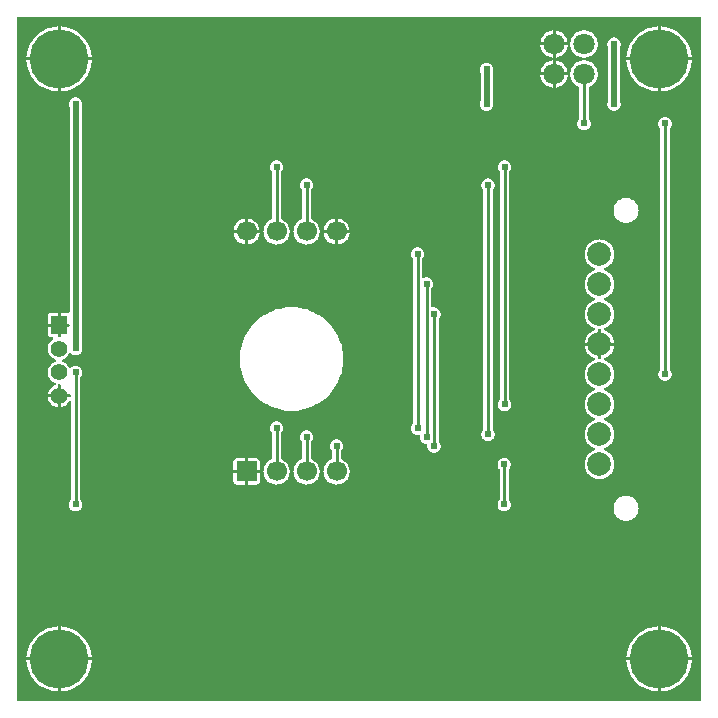
<source format=gbl>
G04 Layer: BottomLayer*
G04 EasyEDA v6.5.34, 2023-08-21 18:11:39*
G04 2627495fbc544a30b07f086ad93dee0d,5a6b42c53f6a479593ecc07194224c93,10*
G04 Gerber Generator version 0.2*
G04 Scale: 100 percent, Rotated: No, Reflected: No *
G04 Dimensions in millimeters *
G04 leading zeros omitted , absolute positions ,4 integer and 5 decimal *
%FSLAX45Y45*%
%MOMM*%

%AMMACRO1*21,1,$1,$2,0,0,$3*%
%ADD10C,0.2540*%
%ADD11C,0.5000*%
%ADD12C,1.7000*%
%ADD13MACRO1,1.7X1.7X0.0000*%
%ADD14C,1.4000*%
%ADD15R,1.4000X1.5240*%
%ADD16C,5.0000*%
%ADD17C,2.0000*%
%ADD18C,1.8000*%
%ADD19C,0.6096*%
%ADD20C,0.0147*%

%LPD*%
G36*
X3443732Y-2945079D02*
G01*
X-2326132Y-2944571D01*
X-2330043Y-2943809D01*
X-2333294Y-2941624D01*
X-2335530Y-2938322D01*
X-2336292Y-2934411D01*
X-2336292Y2834944D01*
X-2335530Y2838856D01*
X-2333294Y2842107D01*
X-2330043Y2844342D01*
X-2326132Y2845104D01*
X3443732Y2845104D01*
X3447643Y2844342D01*
X3450894Y2842107D01*
X3453129Y2838856D01*
X3453892Y2834944D01*
X3453892Y-2934919D01*
X3453129Y-2938780D01*
X3450894Y-2942082D01*
X3447643Y-2944317D01*
G37*

%LPC*%
G36*
X2222500Y2629712D02*
G01*
X2324912Y2629712D01*
X2324760Y2631541D01*
X2322068Y2645816D01*
X2317546Y2659684D01*
X2311349Y2672842D01*
X2303576Y2685135D01*
X2294280Y2696362D01*
X2283663Y2706319D01*
X2271877Y2714853D01*
X2259126Y2721864D01*
X2245614Y2727248D01*
X2231491Y2730855D01*
X2222500Y2731973D01*
G37*
G36*
X-1968500Y-2865424D02*
G01*
X-1963877Y-2865323D01*
X-1940915Y-2862935D01*
X-1918207Y-2858617D01*
X-1895957Y-2852369D01*
X-1874266Y-2844342D01*
X-1853387Y-2834487D01*
X-1833372Y-2822956D01*
X-1814372Y-2809748D01*
X-1796592Y-2795016D01*
X-1780082Y-2778861D01*
X-1764995Y-2761386D01*
X-1751380Y-2742692D01*
X-1739442Y-2722880D01*
X-1729181Y-2702204D01*
X-1720646Y-2680716D01*
X-1713992Y-2658618D01*
X-1709166Y-2636012D01*
X-1706270Y-2613050D01*
X-1705864Y-2602687D01*
X-1968500Y-2602687D01*
G37*
G36*
X3086100Y-2865374D02*
G01*
X3086100Y-2602687D01*
X2823210Y-2602687D01*
X2825089Y-2624582D01*
X2828950Y-2647340D01*
X2834690Y-2669743D01*
X2842260Y-2691536D01*
X2851658Y-2712669D01*
X2862783Y-2732887D01*
X2875584Y-2752140D01*
X2889961Y-2770276D01*
X2905760Y-2787091D01*
X2922930Y-2802585D01*
X2941320Y-2816555D01*
X2960827Y-2828899D01*
X2981299Y-2839618D01*
X3002635Y-2848559D01*
X3024581Y-2855722D01*
X3047085Y-2861005D01*
X3069945Y-2864358D01*
G37*
G36*
X-1993900Y-2865374D02*
G01*
X-1993900Y-2602687D01*
X-2256790Y-2602687D01*
X-2254910Y-2624582D01*
X-2251049Y-2647340D01*
X-2245309Y-2669743D01*
X-2237740Y-2691536D01*
X-2228342Y-2712669D01*
X-2217216Y-2732887D01*
X-2204415Y-2752140D01*
X-2190038Y-2770276D01*
X-2174240Y-2787091D01*
X-2157069Y-2802585D01*
X-2138680Y-2816555D01*
X-2119172Y-2828899D01*
X-2098700Y-2839618D01*
X-2077364Y-2848559D01*
X-2055418Y-2855722D01*
X-2032914Y-2861005D01*
X-2010054Y-2864358D01*
G37*
G36*
X3111500Y-2577287D02*
G01*
X3374136Y-2577287D01*
X3373729Y-2566924D01*
X3370834Y-2543962D01*
X3366008Y-2521356D01*
X3359353Y-2499258D01*
X3350818Y-2477770D01*
X3340557Y-2457094D01*
X3328619Y-2437282D01*
X3315004Y-2418638D01*
X3299917Y-2401112D01*
X3283407Y-2384958D01*
X3265627Y-2370226D01*
X3246628Y-2357018D01*
X3226612Y-2345486D01*
X3205734Y-2335631D01*
X3184042Y-2327605D01*
X3161792Y-2321356D01*
X3139084Y-2317038D01*
X3116122Y-2314651D01*
X3111500Y-2314549D01*
G37*
G36*
X-1968500Y-2577287D02*
G01*
X-1705864Y-2577287D01*
X-1706270Y-2566924D01*
X-1709166Y-2543962D01*
X-1713992Y-2521356D01*
X-1720646Y-2499258D01*
X-1729181Y-2477770D01*
X-1739442Y-2457094D01*
X-1751380Y-2437282D01*
X-1764995Y-2418638D01*
X-1780082Y-2401112D01*
X-1796592Y-2384958D01*
X-1814372Y-2370226D01*
X-1833372Y-2357018D01*
X-1853387Y-2345486D01*
X-1874266Y-2335631D01*
X-1895957Y-2327605D01*
X-1918207Y-2321356D01*
X-1940915Y-2317038D01*
X-1963877Y-2314651D01*
X-1968500Y-2314549D01*
G37*
G36*
X2823210Y-2577287D02*
G01*
X3086100Y-2577287D01*
X3086100Y-2314600D01*
X3069945Y-2315616D01*
X3047085Y-2318969D01*
X3024581Y-2324252D01*
X3002635Y-2331415D01*
X2981299Y-2340356D01*
X2960827Y-2351074D01*
X2941320Y-2363419D01*
X2922930Y-2377389D01*
X2905760Y-2392883D01*
X2889961Y-2409698D01*
X2875584Y-2427833D01*
X2862783Y-2447086D01*
X2851658Y-2467305D01*
X2842260Y-2488438D01*
X2834690Y-2510231D01*
X2828950Y-2532634D01*
X2825089Y-2555392D01*
G37*
G36*
X-2256790Y-2577287D02*
G01*
X-1993900Y-2577287D01*
X-1993900Y-2314600D01*
X-2010054Y-2315616D01*
X-2032914Y-2318969D01*
X-2055418Y-2324252D01*
X-2077364Y-2331415D01*
X-2098700Y-2340356D01*
X-2119172Y-2351074D01*
X-2138680Y-2363419D01*
X-2157069Y-2377389D01*
X-2174240Y-2392883D01*
X-2190038Y-2409698D01*
X-2204415Y-2427833D01*
X-2217216Y-2447086D01*
X-2228342Y-2467305D01*
X-2237740Y-2488438D01*
X-2245309Y-2510231D01*
X-2251049Y-2532634D01*
X-2254910Y-2555392D01*
G37*
G36*
X2819400Y-1419250D02*
G01*
X2833217Y-1418386D01*
X2846781Y-1415643D01*
X2859938Y-1411224D01*
X2872333Y-1405077D01*
X2883865Y-1397406D01*
X2894279Y-1388262D01*
X2903423Y-1377848D01*
X2911094Y-1366316D01*
X2917240Y-1353921D01*
X2921660Y-1340764D01*
X2924403Y-1327200D01*
X2925267Y-1313383D01*
X2924403Y-1299565D01*
X2921660Y-1286002D01*
X2917240Y-1272844D01*
X2911094Y-1260449D01*
X2903423Y-1248918D01*
X2894279Y-1238504D01*
X2883865Y-1229360D01*
X2872333Y-1221689D01*
X2859938Y-1215542D01*
X2846781Y-1211122D01*
X2833217Y-1208379D01*
X2819400Y-1207516D01*
X2805582Y-1208379D01*
X2792018Y-1211122D01*
X2778861Y-1215542D01*
X2766466Y-1221689D01*
X2754934Y-1229360D01*
X2744520Y-1238504D01*
X2735376Y-1248918D01*
X2727706Y-1260449D01*
X2721559Y-1272844D01*
X2717139Y-1286002D01*
X2714396Y-1299565D01*
X2713532Y-1313383D01*
X2714396Y-1327200D01*
X2717139Y-1340764D01*
X2721559Y-1353921D01*
X2727706Y-1366316D01*
X2735376Y-1377848D01*
X2744520Y-1388262D01*
X2754934Y-1397406D01*
X2766466Y-1405077D01*
X2778861Y-1411224D01*
X2792018Y-1415643D01*
X2805582Y-1418386D01*
G37*
G36*
X1787906Y-1338224D02*
G01*
X1797710Y-1337360D01*
X1807159Y-1334820D01*
X1816100Y-1330706D01*
X1824126Y-1325067D01*
X1831086Y-1318107D01*
X1836724Y-1310081D01*
X1840839Y-1301140D01*
X1843379Y-1291691D01*
X1844243Y-1281887D01*
X1843379Y-1272082D01*
X1840839Y-1262634D01*
X1836724Y-1253693D01*
X1831086Y-1245666D01*
X1829511Y-1244092D01*
X1827275Y-1240790D01*
X1826514Y-1236878D01*
X1826514Y-986790D01*
X1827275Y-982878D01*
X1829511Y-979576D01*
X1831086Y-978001D01*
X1836724Y-969975D01*
X1840839Y-961034D01*
X1843379Y-951585D01*
X1844243Y-941781D01*
X1843379Y-931976D01*
X1840839Y-922528D01*
X1836724Y-913587D01*
X1831086Y-905560D01*
X1824126Y-898601D01*
X1816100Y-892962D01*
X1807159Y-888847D01*
X1797710Y-886307D01*
X1787906Y-885444D01*
X1778101Y-886307D01*
X1768652Y-888847D01*
X1759712Y-892962D01*
X1751685Y-898601D01*
X1744725Y-905560D01*
X1739087Y-913587D01*
X1734972Y-922528D01*
X1732432Y-931976D01*
X1731568Y-941781D01*
X1732432Y-951585D01*
X1734972Y-961034D01*
X1739087Y-969975D01*
X1744725Y-978001D01*
X1746300Y-979576D01*
X1748536Y-982878D01*
X1749298Y-986790D01*
X1749298Y-1236878D01*
X1748536Y-1240790D01*
X1746300Y-1244092D01*
X1744725Y-1245666D01*
X1739087Y-1253693D01*
X1734972Y-1262634D01*
X1732432Y-1272082D01*
X1731568Y-1281887D01*
X1732432Y-1291691D01*
X1734972Y-1301140D01*
X1739087Y-1310081D01*
X1744725Y-1318107D01*
X1751685Y-1325067D01*
X1759712Y-1330706D01*
X1768652Y-1334820D01*
X1778101Y-1337360D01*
G37*
G36*
X-1841500Y-1338224D02*
G01*
X-1831695Y-1337360D01*
X-1822246Y-1334820D01*
X-1813306Y-1330706D01*
X-1805279Y-1325067D01*
X-1798320Y-1318107D01*
X-1792681Y-1310081D01*
X-1788566Y-1301140D01*
X-1786026Y-1291691D01*
X-1785162Y-1281887D01*
X-1786026Y-1272082D01*
X-1788566Y-1262634D01*
X-1792681Y-1253693D01*
X-1798320Y-1245666D01*
X-1799894Y-1244092D01*
X-1802130Y-1240790D01*
X-1802892Y-1236878D01*
X-1802892Y-209296D01*
X-1802130Y-205384D01*
X-1799894Y-202082D01*
X-1798320Y-200507D01*
X-1792681Y-192481D01*
X-1788566Y-183540D01*
X-1786026Y-174091D01*
X-1785162Y-164287D01*
X-1786026Y-154482D01*
X-1788566Y-145034D01*
X-1792681Y-136093D01*
X-1798320Y-128066D01*
X-1805279Y-121107D01*
X-1813306Y-115468D01*
X-1822246Y-111353D01*
X-1831695Y-108813D01*
X-1841500Y-107950D01*
X-1851304Y-108813D01*
X-1860753Y-111353D01*
X-1869693Y-115468D01*
X-1877720Y-121107D01*
X-1879193Y-122580D01*
X-1882444Y-124764D01*
X-1886305Y-125577D01*
X-1890166Y-124815D01*
X-1893468Y-122682D01*
X-1902866Y-107391D01*
X-1911146Y-97231D01*
X-1920697Y-88290D01*
X-1931365Y-80772D01*
X-1942998Y-74726D01*
X-1949957Y-72288D01*
X-1953514Y-70104D01*
X-1955901Y-66751D01*
X-1956714Y-62687D01*
X-1955901Y-58623D01*
X-1953514Y-55270D01*
X-1949957Y-53136D01*
X-1942998Y-50647D01*
X-1931365Y-44602D01*
X-1920697Y-37084D01*
X-1911146Y-28143D01*
X-1902866Y-17983D01*
X-1893468Y-2692D01*
X-1890166Y-558D01*
X-1886305Y203D01*
X-1882444Y-609D01*
X-1879193Y-2794D01*
X-1877720Y-4267D01*
X-1869693Y-9906D01*
X-1860753Y-14020D01*
X-1851304Y-16560D01*
X-1841500Y-17424D01*
X-1831695Y-16560D01*
X-1822246Y-14020D01*
X-1813306Y-9906D01*
X-1805279Y-4267D01*
X-1798320Y2692D01*
X-1792681Y10718D01*
X-1788566Y19659D01*
X-1786026Y29108D01*
X-1785162Y38912D01*
X-1786026Y48717D01*
X-1788566Y58166D01*
X-1789633Y60502D01*
X-1790598Y64820D01*
X-1790598Y2083104D01*
X-1789633Y2087372D01*
X-1788566Y2089708D01*
X-1786026Y2099208D01*
X-1785162Y2108962D01*
X-1786026Y2118766D01*
X-1788566Y2128266D01*
X-1792681Y2137156D01*
X-1798320Y2145233D01*
X-1805279Y2152142D01*
X-1813306Y2157780D01*
X-1822246Y2161946D01*
X-1831695Y2164486D01*
X-1841500Y2165350D01*
X-1851304Y2164486D01*
X-1860753Y2161946D01*
X-1869693Y2157780D01*
X-1877720Y2152142D01*
X-1884680Y2145233D01*
X-1890318Y2137156D01*
X-1894433Y2128266D01*
X-1896973Y2118766D01*
X-1897837Y2108962D01*
X-1896973Y2099208D01*
X-1894433Y2089708D01*
X-1893366Y2087372D01*
X-1892401Y2083104D01*
X-1892401Y348437D01*
X-1893316Y344271D01*
X-1895856Y340817D01*
X-1899615Y338734D01*
X-1903882Y338378D01*
X-1911857Y339394D01*
X-1968500Y339394D01*
X-1968500Y249986D01*
X-1902561Y249986D01*
X-1898700Y249224D01*
X-1895398Y247040D01*
X-1893163Y243738D01*
X-1892401Y239826D01*
X-1892401Y234746D01*
X-1893163Y230886D01*
X-1895398Y227584D01*
X-1898700Y225399D01*
X-1902561Y224586D01*
X-1968500Y224586D01*
X-1968500Y143205D01*
X-1969262Y139293D01*
X-1971497Y136042D01*
X-1974748Y133807D01*
X-1978660Y133045D01*
X-1983739Y133045D01*
X-1987651Y133807D01*
X-1990902Y136042D01*
X-1993138Y139293D01*
X-1993900Y143205D01*
X-1993900Y224586D01*
X-2077110Y224586D01*
X-2077110Y161696D01*
X-2076399Y155346D01*
X-2074468Y149910D01*
X-2071420Y144983D01*
X-2067306Y140919D01*
X-2062429Y137820D01*
X-2056942Y135890D01*
X-2050643Y135178D01*
X-2040432Y135178D01*
X-2036267Y134315D01*
X-2032812Y131826D01*
X-2030730Y128117D01*
X-2030323Y123901D01*
X-2031695Y119837D01*
X-2034539Y116738D01*
X-2041702Y111709D01*
X-2051253Y102768D01*
X-2059533Y92608D01*
X-2066340Y81432D01*
X-2071522Y69392D01*
X-2075078Y56794D01*
X-2076856Y43840D01*
X-2076856Y30784D01*
X-2075078Y17780D01*
X-2071522Y5181D01*
X-2066340Y-6807D01*
X-2059533Y-17983D01*
X-2051253Y-28143D01*
X-2041702Y-37084D01*
X-2031034Y-44602D01*
X-2019401Y-50647D01*
X-2012442Y-53136D01*
X-2008886Y-55270D01*
X-2006498Y-58623D01*
X-2005685Y-62687D01*
X-2006498Y-66751D01*
X-2008886Y-70104D01*
X-2012442Y-72288D01*
X-2019401Y-74726D01*
X-2031034Y-80772D01*
X-2041702Y-88290D01*
X-2051253Y-97231D01*
X-2059533Y-107391D01*
X-2066340Y-118567D01*
X-2071522Y-130606D01*
X-2075078Y-143205D01*
X-2076856Y-156159D01*
X-2076856Y-169214D01*
X-2075078Y-182219D01*
X-2071522Y-194818D01*
X-2066340Y-206806D01*
X-2059533Y-217982D01*
X-2051253Y-228142D01*
X-2041702Y-237083D01*
X-2031034Y-244602D01*
X-2019401Y-250647D01*
X-2012442Y-253136D01*
X-2008886Y-255270D01*
X-2006498Y-258622D01*
X-2005685Y-262686D01*
X-2006498Y-266750D01*
X-2008886Y-270103D01*
X-2012442Y-272288D01*
X-2019401Y-274726D01*
X-2031034Y-280771D01*
X-2041702Y-288290D01*
X-2051253Y-297230D01*
X-2059533Y-307390D01*
X-2066340Y-318566D01*
X-2071522Y-330606D01*
X-2075078Y-343204D01*
X-2075992Y-350012D01*
X-1993900Y-350012D01*
X-1993900Y-268579D01*
X-1993138Y-264718D01*
X-1990902Y-261416D01*
X-1987651Y-259181D01*
X-1983739Y-258419D01*
X-1978660Y-258419D01*
X-1974748Y-259181D01*
X-1971497Y-261416D01*
X-1969262Y-264718D01*
X-1968500Y-268579D01*
X-1968500Y-350012D01*
X-1890268Y-350012D01*
X-1886356Y-350774D01*
X-1883105Y-352958D01*
X-1880870Y-356260D01*
X-1880107Y-360172D01*
X-1880107Y-365252D01*
X-1880870Y-369112D01*
X-1883105Y-372414D01*
X-1886356Y-374599D01*
X-1890268Y-375412D01*
X-1968500Y-375412D01*
X-1968500Y-457708D01*
X-1955342Y-455015D01*
X-1942998Y-450646D01*
X-1931365Y-444601D01*
X-1920697Y-437083D01*
X-1911146Y-428142D01*
X-1902866Y-417982D01*
X-1898954Y-411530D01*
X-1895957Y-408381D01*
X-1891893Y-406806D01*
X-1887524Y-407060D01*
X-1883664Y-409092D01*
X-1881022Y-412546D01*
X-1880107Y-416814D01*
X-1880107Y-1236878D01*
X-1880870Y-1240790D01*
X-1883105Y-1244092D01*
X-1884680Y-1245666D01*
X-1890318Y-1253693D01*
X-1894433Y-1262634D01*
X-1896973Y-1272082D01*
X-1897837Y-1281887D01*
X-1896973Y-1291691D01*
X-1894433Y-1301140D01*
X-1890318Y-1310081D01*
X-1884680Y-1318107D01*
X-1877720Y-1325067D01*
X-1869693Y-1330706D01*
X-1860753Y-1334820D01*
X-1851304Y-1337360D01*
G37*
G36*
X-478129Y-1113383D02*
G01*
X-406400Y-1113383D01*
X-406400Y-1015187D01*
X-504596Y-1015187D01*
X-504596Y-1086916D01*
X-503885Y-1093266D01*
X-502005Y-1098702D01*
X-498906Y-1103630D01*
X-494842Y-1107694D01*
X-489915Y-1110792D01*
X-484479Y-1112672D01*
G37*
G36*
X-381000Y-1113383D02*
G01*
X-309270Y-1113383D01*
X-302971Y-1112672D01*
X-297484Y-1110792D01*
X-292608Y-1107694D01*
X-288493Y-1103630D01*
X-285445Y-1098702D01*
X-283514Y-1093266D01*
X-282803Y-1086916D01*
X-282803Y-1015187D01*
X-381000Y-1015187D01*
G37*
G36*
X364744Y-1113332D02*
G01*
X378968Y-1112875D01*
X392988Y-1110589D01*
X406603Y-1106576D01*
X419608Y-1100785D01*
X431749Y-1093419D01*
X442823Y-1084580D01*
X452729Y-1074369D01*
X461213Y-1062990D01*
X468223Y-1050594D01*
X473557Y-1037437D01*
X477113Y-1023670D01*
X478942Y-1009599D01*
X478942Y-995375D01*
X477113Y-981303D01*
X473557Y-967536D01*
X468223Y-954379D01*
X461213Y-941984D01*
X452729Y-930605D01*
X442823Y-920394D01*
X431749Y-911555D01*
X419608Y-904189D01*
X412953Y-901242D01*
X409752Y-899007D01*
X407670Y-895756D01*
X406908Y-891946D01*
X406908Y-831596D01*
X407670Y-827684D01*
X409905Y-824382D01*
X411480Y-822807D01*
X417118Y-814781D01*
X421233Y-805840D01*
X423773Y-796391D01*
X424637Y-786587D01*
X423773Y-776782D01*
X421233Y-767334D01*
X417118Y-758393D01*
X411480Y-750366D01*
X404520Y-743407D01*
X396494Y-737768D01*
X387553Y-733653D01*
X378104Y-731113D01*
X368300Y-730250D01*
X358495Y-731113D01*
X349046Y-733653D01*
X340106Y-737768D01*
X332079Y-743407D01*
X325120Y-750366D01*
X319481Y-758393D01*
X315366Y-767334D01*
X312826Y-776782D01*
X311962Y-786587D01*
X312826Y-796391D01*
X315366Y-805840D01*
X319481Y-814781D01*
X325120Y-822807D01*
X326694Y-824382D01*
X328930Y-827684D01*
X329692Y-831596D01*
X329692Y-891692D01*
X329031Y-895299D01*
X327101Y-898448D01*
X324205Y-900734D01*
X310794Y-907694D01*
X299161Y-915822D01*
X288645Y-925372D01*
X279450Y-936193D01*
X271678Y-948080D01*
X265531Y-960882D01*
X261010Y-974344D01*
X258317Y-988314D01*
X257403Y-1002487D01*
X258317Y-1016660D01*
X261010Y-1030630D01*
X265531Y-1044092D01*
X271678Y-1056894D01*
X279450Y-1068832D01*
X288645Y-1079652D01*
X299161Y-1089202D01*
X310794Y-1097330D01*
X323392Y-1103884D01*
X336753Y-1108811D01*
X350621Y-1111961D01*
G37*
G36*
X110744Y-1113332D02*
G01*
X124968Y-1112875D01*
X138988Y-1110589D01*
X152603Y-1106576D01*
X165608Y-1100785D01*
X177749Y-1093419D01*
X188823Y-1084580D01*
X198729Y-1074369D01*
X207213Y-1062990D01*
X214223Y-1050594D01*
X219557Y-1037437D01*
X223113Y-1023670D01*
X224942Y-1009599D01*
X224942Y-995375D01*
X223113Y-981303D01*
X219557Y-967536D01*
X214223Y-954379D01*
X207213Y-941984D01*
X198729Y-930605D01*
X188823Y-920394D01*
X177749Y-911555D01*
X165608Y-904189D01*
X158953Y-901242D01*
X155752Y-899007D01*
X153670Y-895756D01*
X152908Y-891946D01*
X152908Y-755396D01*
X153670Y-751484D01*
X155905Y-748182D01*
X157480Y-746607D01*
X163118Y-738581D01*
X167233Y-729640D01*
X169773Y-720191D01*
X170637Y-710387D01*
X169773Y-700582D01*
X167233Y-691134D01*
X163118Y-682193D01*
X157480Y-674166D01*
X150520Y-667207D01*
X142494Y-661568D01*
X133553Y-657453D01*
X124104Y-654913D01*
X114300Y-654050D01*
X104495Y-654913D01*
X95046Y-657453D01*
X86106Y-661568D01*
X78079Y-667207D01*
X71120Y-674166D01*
X65481Y-682193D01*
X61366Y-691134D01*
X58826Y-700582D01*
X57962Y-710387D01*
X58826Y-720191D01*
X61366Y-729640D01*
X65481Y-738581D01*
X71120Y-746607D01*
X72694Y-748182D01*
X74930Y-751484D01*
X75692Y-755396D01*
X75692Y-891692D01*
X75031Y-895299D01*
X73101Y-898448D01*
X70205Y-900734D01*
X56794Y-907694D01*
X45161Y-915822D01*
X34645Y-925372D01*
X25450Y-936193D01*
X17678Y-948080D01*
X11531Y-960882D01*
X7010Y-974344D01*
X4318Y-988314D01*
X3403Y-1002487D01*
X4318Y-1016660D01*
X7010Y-1030630D01*
X11531Y-1044092D01*
X17678Y-1056894D01*
X25450Y-1068832D01*
X34645Y-1079652D01*
X45161Y-1089202D01*
X56794Y-1097330D01*
X69392Y-1103884D01*
X82753Y-1108811D01*
X96621Y-1111961D01*
G37*
G36*
X-143256Y-1113332D02*
G01*
X-129032Y-1112875D01*
X-115011Y-1110589D01*
X-101396Y-1106576D01*
X-88392Y-1100785D01*
X-76250Y-1093419D01*
X-65176Y-1084580D01*
X-55270Y-1074369D01*
X-46786Y-1062990D01*
X-39776Y-1050594D01*
X-34442Y-1037437D01*
X-30886Y-1023670D01*
X-29057Y-1009599D01*
X-29057Y-995375D01*
X-30886Y-981303D01*
X-34442Y-967536D01*
X-39776Y-954379D01*
X-46786Y-941984D01*
X-55270Y-930605D01*
X-65176Y-920394D01*
X-76250Y-911555D01*
X-88392Y-904189D01*
X-95046Y-901242D01*
X-98247Y-899007D01*
X-100330Y-895756D01*
X-101092Y-891946D01*
X-101092Y-679196D01*
X-100330Y-675284D01*
X-98094Y-671982D01*
X-96520Y-670407D01*
X-90881Y-662381D01*
X-86766Y-653440D01*
X-84226Y-643991D01*
X-83362Y-634187D01*
X-84226Y-624382D01*
X-86766Y-614934D01*
X-90881Y-605993D01*
X-96520Y-597966D01*
X-103479Y-591007D01*
X-111506Y-585368D01*
X-120446Y-581253D01*
X-129895Y-578713D01*
X-139700Y-577850D01*
X-149504Y-578713D01*
X-158953Y-581253D01*
X-167894Y-585368D01*
X-175920Y-591007D01*
X-182880Y-597966D01*
X-188518Y-605993D01*
X-192633Y-614934D01*
X-195173Y-624382D01*
X-196037Y-634187D01*
X-195173Y-643991D01*
X-192633Y-653440D01*
X-188518Y-662381D01*
X-182880Y-670407D01*
X-181305Y-671982D01*
X-179070Y-675284D01*
X-178308Y-679196D01*
X-178308Y-891692D01*
X-178968Y-895299D01*
X-180898Y-898448D01*
X-183794Y-900734D01*
X-197205Y-907694D01*
X-208838Y-915822D01*
X-219354Y-925372D01*
X-228549Y-936193D01*
X-236321Y-948080D01*
X-242468Y-960882D01*
X-246989Y-974344D01*
X-249682Y-988314D01*
X-250596Y-1002487D01*
X-249682Y-1016660D01*
X-246989Y-1030630D01*
X-242468Y-1044092D01*
X-236321Y-1056894D01*
X-228549Y-1068832D01*
X-219354Y-1079652D01*
X-208838Y-1089202D01*
X-197205Y-1097330D01*
X-184607Y-1103884D01*
X-171246Y-1108811D01*
X-157378Y-1111961D01*
G37*
G36*
X2594406Y-1067663D02*
G01*
X2609545Y-1066749D01*
X2624531Y-1064006D01*
X2639009Y-1059484D01*
X2652877Y-1053236D01*
X2665882Y-1045413D01*
X2677871Y-1036015D01*
X2688640Y-1025245D01*
X2697988Y-1013307D01*
X2705862Y-1000302D01*
X2712110Y-986434D01*
X2716631Y-971905D01*
X2719374Y-956970D01*
X2720289Y-941781D01*
X2719374Y-926592D01*
X2716631Y-911656D01*
X2712110Y-897128D01*
X2705862Y-883310D01*
X2697988Y-870254D01*
X2688640Y-858316D01*
X2677871Y-847547D01*
X2665882Y-838200D01*
X2652877Y-830326D01*
X2638958Y-824077D01*
X2635808Y-821842D01*
X2633726Y-818591D01*
X2632964Y-814781D01*
X2633726Y-810971D01*
X2635808Y-807770D01*
X2638958Y-805535D01*
X2652877Y-799236D01*
X2665882Y-791413D01*
X2677871Y-782015D01*
X2688640Y-771245D01*
X2697988Y-759307D01*
X2705862Y-746302D01*
X2712110Y-732434D01*
X2716631Y-717905D01*
X2719374Y-702970D01*
X2720289Y-687781D01*
X2719374Y-672592D01*
X2716631Y-657656D01*
X2712110Y-643128D01*
X2705862Y-629310D01*
X2697988Y-616254D01*
X2688640Y-604316D01*
X2677871Y-593547D01*
X2665882Y-584200D01*
X2652877Y-576326D01*
X2638958Y-570077D01*
X2635808Y-567842D01*
X2633726Y-564591D01*
X2632964Y-560781D01*
X2633726Y-556971D01*
X2635808Y-553770D01*
X2638958Y-551535D01*
X2652877Y-545236D01*
X2665882Y-537413D01*
X2677871Y-528015D01*
X2688640Y-517245D01*
X2697988Y-505307D01*
X2705862Y-492302D01*
X2712110Y-478434D01*
X2716631Y-463905D01*
X2719374Y-448970D01*
X2720289Y-433781D01*
X2719374Y-418592D01*
X2716631Y-403656D01*
X2712110Y-389128D01*
X2705862Y-375310D01*
X2697988Y-362254D01*
X2688640Y-350316D01*
X2677871Y-339547D01*
X2665882Y-330200D01*
X2652877Y-322326D01*
X2638958Y-316077D01*
X2635808Y-313842D01*
X2633726Y-310591D01*
X2632964Y-306781D01*
X2633726Y-302971D01*
X2635808Y-299770D01*
X2638958Y-297535D01*
X2652877Y-291236D01*
X2665882Y-283413D01*
X2677871Y-274015D01*
X2688640Y-263245D01*
X2697988Y-251307D01*
X2705862Y-238302D01*
X2712110Y-224434D01*
X2716631Y-209905D01*
X2719374Y-194970D01*
X2720289Y-179781D01*
X2719374Y-164592D01*
X2716631Y-149656D01*
X2712110Y-135128D01*
X2705862Y-121310D01*
X2697988Y-108254D01*
X2688640Y-96316D01*
X2677871Y-85547D01*
X2665882Y-76200D01*
X2652877Y-68326D01*
X2638958Y-62077D01*
X2635808Y-59842D01*
X2633726Y-56591D01*
X2632964Y-52781D01*
X2633726Y-48971D01*
X2635808Y-45770D01*
X2638958Y-43535D01*
X2652877Y-37236D01*
X2665882Y-29413D01*
X2677871Y-20015D01*
X2688640Y-9245D01*
X2697988Y2692D01*
X2705862Y15697D01*
X2712110Y29565D01*
X2716631Y44094D01*
X2719374Y59029D01*
X2719527Y61518D01*
X2607106Y61518D01*
X2607106Y-43891D01*
X2606294Y-47752D01*
X2604109Y-51054D01*
X2600807Y-53238D01*
X2596946Y-54051D01*
X2591866Y-54051D01*
X2587955Y-53238D01*
X2584653Y-51054D01*
X2582468Y-47752D01*
X2581706Y-43891D01*
X2581706Y61518D01*
X2469286Y61518D01*
X2469438Y59029D01*
X2472182Y44094D01*
X2476703Y29565D01*
X2482900Y15697D01*
X2490774Y2692D01*
X2500172Y-9245D01*
X2510891Y-20015D01*
X2522880Y-29413D01*
X2535885Y-37236D01*
X2549804Y-43535D01*
X2552954Y-45770D01*
X2555087Y-48971D01*
X2555798Y-52781D01*
X2555087Y-56591D01*
X2552954Y-59842D01*
X2549804Y-62077D01*
X2535885Y-68326D01*
X2522880Y-76200D01*
X2510891Y-85547D01*
X2500172Y-96316D01*
X2490774Y-108254D01*
X2482900Y-121310D01*
X2476703Y-135128D01*
X2472182Y-149656D01*
X2469438Y-164592D01*
X2468524Y-179781D01*
X2469438Y-194970D01*
X2472182Y-209905D01*
X2476703Y-224434D01*
X2482900Y-238302D01*
X2490774Y-251307D01*
X2500172Y-263245D01*
X2510891Y-274015D01*
X2522880Y-283413D01*
X2535885Y-291236D01*
X2549804Y-297535D01*
X2552954Y-299770D01*
X2555087Y-302971D01*
X2555798Y-306781D01*
X2555087Y-310591D01*
X2552954Y-313842D01*
X2549804Y-316077D01*
X2535885Y-322326D01*
X2522880Y-330200D01*
X2510891Y-339547D01*
X2500172Y-350316D01*
X2490774Y-362254D01*
X2482900Y-375310D01*
X2476703Y-389128D01*
X2472182Y-403656D01*
X2469438Y-418592D01*
X2468524Y-433781D01*
X2469438Y-448970D01*
X2472182Y-463905D01*
X2476703Y-478434D01*
X2482900Y-492302D01*
X2490774Y-505307D01*
X2500172Y-517245D01*
X2510891Y-528015D01*
X2522880Y-537413D01*
X2535885Y-545236D01*
X2549804Y-551535D01*
X2552954Y-553770D01*
X2555087Y-556971D01*
X2555798Y-560781D01*
X2555087Y-564591D01*
X2552954Y-567842D01*
X2549804Y-570077D01*
X2535885Y-576326D01*
X2522880Y-584200D01*
X2510891Y-593547D01*
X2500172Y-604316D01*
X2490774Y-616254D01*
X2482900Y-629310D01*
X2476703Y-643128D01*
X2472182Y-657656D01*
X2469438Y-672592D01*
X2468524Y-687781D01*
X2469438Y-702970D01*
X2472182Y-717905D01*
X2476703Y-732434D01*
X2482900Y-746302D01*
X2490774Y-759307D01*
X2500172Y-771245D01*
X2510891Y-782015D01*
X2522880Y-791413D01*
X2535885Y-799236D01*
X2549804Y-805535D01*
X2552954Y-807770D01*
X2555087Y-810971D01*
X2555798Y-814781D01*
X2555087Y-818591D01*
X2552954Y-821842D01*
X2549804Y-824077D01*
X2535885Y-830326D01*
X2522880Y-838200D01*
X2510891Y-847547D01*
X2500172Y-858316D01*
X2490774Y-870254D01*
X2482900Y-883310D01*
X2476703Y-897128D01*
X2472182Y-911656D01*
X2469438Y-926592D01*
X2468524Y-941781D01*
X2469438Y-956970D01*
X2472182Y-971905D01*
X2476703Y-986434D01*
X2482900Y-1000302D01*
X2490774Y-1013307D01*
X2500172Y-1025245D01*
X2510891Y-1036015D01*
X2522880Y-1045413D01*
X2535885Y-1053236D01*
X2549753Y-1059484D01*
X2564282Y-1064006D01*
X2579217Y-1066749D01*
G37*
G36*
X-504596Y-989787D02*
G01*
X-406400Y-989787D01*
X-406400Y-891590D01*
X-478129Y-891590D01*
X-484479Y-892302D01*
X-489915Y-894232D01*
X-494842Y-897280D01*
X-498906Y-901395D01*
X-502005Y-906271D01*
X-503885Y-911758D01*
X-504596Y-918057D01*
G37*
G36*
X-381000Y-989787D02*
G01*
X-282803Y-989787D01*
X-282803Y-918057D01*
X-283514Y-911758D01*
X-285445Y-906271D01*
X-288493Y-901395D01*
X-292608Y-897280D01*
X-297484Y-894232D01*
X-302971Y-892302D01*
X-309270Y-891590D01*
X-381000Y-891590D01*
G37*
G36*
X1193800Y-842924D02*
G01*
X1203604Y-842060D01*
X1213053Y-839520D01*
X1221994Y-835406D01*
X1230020Y-829767D01*
X1236980Y-822807D01*
X1242618Y-814781D01*
X1246733Y-805840D01*
X1249273Y-796391D01*
X1250137Y-786587D01*
X1249273Y-776782D01*
X1246733Y-767334D01*
X1242618Y-758393D01*
X1236980Y-750366D01*
X1235354Y-748792D01*
X1233170Y-745490D01*
X1232408Y-741578D01*
X1232408Y286004D01*
X1233170Y289915D01*
X1235354Y293217D01*
X1236980Y294792D01*
X1242618Y302818D01*
X1246733Y311759D01*
X1249273Y321208D01*
X1250137Y331012D01*
X1249273Y340817D01*
X1246733Y350266D01*
X1242618Y359206D01*
X1236980Y367233D01*
X1230020Y374192D01*
X1221994Y379831D01*
X1213053Y383946D01*
X1203604Y386486D01*
X1193800Y387350D01*
X1183995Y386486D01*
X1181709Y385876D01*
X1178001Y385572D01*
X1174445Y386638D01*
X1171498Y388874D01*
X1169568Y392074D01*
X1168908Y395681D01*
X1168908Y540004D01*
X1169670Y543915D01*
X1171854Y547217D01*
X1173480Y548792D01*
X1179118Y556818D01*
X1183233Y565759D01*
X1185773Y575208D01*
X1186637Y585012D01*
X1185773Y594817D01*
X1183233Y604266D01*
X1179118Y613206D01*
X1173480Y621233D01*
X1166520Y628192D01*
X1158494Y633831D01*
X1149553Y637946D01*
X1140104Y640486D01*
X1130300Y641350D01*
X1120495Y640486D01*
X1111046Y637946D01*
X1107135Y636168D01*
X1103223Y635203D01*
X1099210Y635863D01*
X1095806Y638048D01*
X1093520Y641400D01*
X1092708Y645363D01*
X1092708Y794004D01*
X1093470Y797915D01*
X1095654Y801217D01*
X1097280Y802792D01*
X1102918Y810818D01*
X1107033Y819759D01*
X1109573Y829208D01*
X1110437Y839012D01*
X1109573Y848817D01*
X1107033Y858266D01*
X1102918Y867206D01*
X1097280Y875233D01*
X1090320Y882192D01*
X1082294Y887831D01*
X1073353Y891946D01*
X1063904Y894486D01*
X1054100Y895350D01*
X1044295Y894486D01*
X1034846Y891946D01*
X1025906Y887831D01*
X1017879Y882192D01*
X1010919Y875233D01*
X1005281Y867206D01*
X1001166Y858266D01*
X998626Y848817D01*
X997762Y839012D01*
X998626Y829208D01*
X1001166Y819759D01*
X1005281Y810818D01*
X1010919Y802792D01*
X1012494Y801217D01*
X1014730Y797915D01*
X1015492Y794054D01*
X1015492Y-589229D01*
X1014730Y-593090D01*
X1012494Y-596392D01*
X1010919Y-597966D01*
X1005281Y-605993D01*
X1001166Y-614934D01*
X998626Y-624382D01*
X997762Y-634187D01*
X998626Y-643991D01*
X1001166Y-653440D01*
X1005281Y-662381D01*
X1010919Y-670407D01*
X1017879Y-677367D01*
X1025906Y-683006D01*
X1034846Y-687120D01*
X1044295Y-689660D01*
X1054100Y-690524D01*
X1063802Y-689711D01*
X1068171Y-690270D01*
X1071880Y-692607D01*
X1074216Y-696315D01*
X1074775Y-700684D01*
X1073962Y-710387D01*
X1074826Y-720191D01*
X1077366Y-729640D01*
X1081481Y-738581D01*
X1087120Y-746607D01*
X1094079Y-753567D01*
X1102106Y-759206D01*
X1111046Y-763320D01*
X1120495Y-765860D01*
X1128979Y-766622D01*
X1132789Y-767740D01*
X1135888Y-770229D01*
X1137818Y-773684D01*
X1138224Y-777646D01*
X1137462Y-786587D01*
X1138326Y-796391D01*
X1140866Y-805840D01*
X1144981Y-814781D01*
X1150620Y-822807D01*
X1157579Y-829767D01*
X1165606Y-835406D01*
X1174546Y-839520D01*
X1183995Y-842060D01*
G37*
G36*
X1651000Y-744118D02*
G01*
X1660804Y-743254D01*
X1670253Y-740714D01*
X1679193Y-736600D01*
X1687220Y-730961D01*
X1694180Y-724001D01*
X1699818Y-715975D01*
X1703933Y-707034D01*
X1706473Y-697585D01*
X1707337Y-687781D01*
X1706473Y-677976D01*
X1703933Y-668528D01*
X1699818Y-659587D01*
X1694180Y-651560D01*
X1692554Y-649986D01*
X1690370Y-646684D01*
X1689607Y-642772D01*
X1689607Y1378204D01*
X1690370Y1382115D01*
X1692554Y1385417D01*
X1694180Y1386992D01*
X1699818Y1395018D01*
X1703933Y1403959D01*
X1706473Y1413408D01*
X1707337Y1423212D01*
X1706473Y1433017D01*
X1703933Y1442466D01*
X1699818Y1451406D01*
X1694180Y1459433D01*
X1687220Y1466392D01*
X1679193Y1472031D01*
X1670253Y1476146D01*
X1660804Y1478686D01*
X1651000Y1479550D01*
X1641195Y1478686D01*
X1631746Y1476146D01*
X1622806Y1472031D01*
X1614779Y1466392D01*
X1607820Y1459433D01*
X1602181Y1451406D01*
X1598066Y1442466D01*
X1595526Y1433017D01*
X1594662Y1423212D01*
X1595526Y1413408D01*
X1598066Y1403959D01*
X1602181Y1395018D01*
X1607820Y1386992D01*
X1609394Y1385417D01*
X1611630Y1382115D01*
X1612392Y1378254D01*
X1612392Y-642823D01*
X1611630Y-646684D01*
X1609394Y-649986D01*
X1607820Y-651560D01*
X1602181Y-659587D01*
X1598066Y-668528D01*
X1595526Y-677976D01*
X1594662Y-687781D01*
X1595526Y-697585D01*
X1598066Y-707034D01*
X1602181Y-715975D01*
X1607820Y-724001D01*
X1614779Y-730961D01*
X1622806Y-736600D01*
X1631746Y-740714D01*
X1641195Y-743254D01*
G37*
G36*
X2094687Y2629712D02*
G01*
X2197100Y2629712D01*
X2197100Y2731973D01*
X2188108Y2730855D01*
X2173986Y2727248D01*
X2160473Y2721864D01*
X2147722Y2714853D01*
X2135936Y2706319D01*
X2125319Y2696362D01*
X2116023Y2685135D01*
X2108250Y2672842D01*
X2102053Y2659684D01*
X2097532Y2645816D01*
X2094839Y2631541D01*
G37*
G36*
X1790700Y-490118D02*
G01*
X1800504Y-489254D01*
X1809953Y-486714D01*
X1818893Y-482600D01*
X1826920Y-476961D01*
X1833880Y-470001D01*
X1839518Y-461975D01*
X1843633Y-453034D01*
X1846173Y-443585D01*
X1847037Y-433781D01*
X1846173Y-423976D01*
X1843633Y-414528D01*
X1839518Y-405587D01*
X1833880Y-397560D01*
X1832254Y-395986D01*
X1830070Y-392684D01*
X1829307Y-388772D01*
X1829307Y1530604D01*
X1830070Y1534464D01*
X1832254Y1537766D01*
X1833880Y1539341D01*
X1839518Y1547418D01*
X1843633Y1556308D01*
X1846173Y1565808D01*
X1847037Y1575562D01*
X1846173Y1585366D01*
X1843633Y1594866D01*
X1839518Y1603756D01*
X1833880Y1611833D01*
X1826920Y1618742D01*
X1818893Y1624380D01*
X1809953Y1628546D01*
X1800504Y1631086D01*
X1790700Y1631950D01*
X1780895Y1631086D01*
X1771446Y1628546D01*
X1762506Y1624380D01*
X1754479Y1618742D01*
X1747520Y1611833D01*
X1741881Y1603756D01*
X1737766Y1594866D01*
X1735226Y1585366D01*
X1734362Y1575562D01*
X1735226Y1565808D01*
X1737766Y1556308D01*
X1741881Y1547418D01*
X1747520Y1539341D01*
X1749094Y1537817D01*
X1751330Y1534515D01*
X1752092Y1530604D01*
X1752092Y-388823D01*
X1751330Y-392684D01*
X1749094Y-395986D01*
X1747520Y-397560D01*
X1741881Y-405587D01*
X1737766Y-414528D01*
X1735226Y-423976D01*
X1734362Y-433781D01*
X1735226Y-443585D01*
X1737766Y-453034D01*
X1741881Y-461975D01*
X1747520Y-470001D01*
X1754479Y-476961D01*
X1762506Y-482600D01*
X1771446Y-486714D01*
X1780895Y-489254D01*
G37*
G36*
X-27381Y-488340D02*
G01*
X1930Y-488340D01*
X31191Y-486409D01*
X60248Y-482498D01*
X88950Y-476656D01*
X117246Y-468884D01*
X144932Y-459282D01*
X171907Y-447852D01*
X198069Y-434644D01*
X223316Y-419709D01*
X247446Y-403098D01*
X270459Y-384911D01*
X292201Y-365252D01*
X312572Y-344220D01*
X331520Y-321818D01*
X348894Y-298196D01*
X364693Y-273507D01*
X378764Y-247802D01*
X391109Y-221234D01*
X401624Y-193852D01*
X410311Y-165862D01*
X417118Y-137363D01*
X421995Y-108458D01*
X424942Y-79298D01*
X425907Y-49987D01*
X424942Y-20675D01*
X421995Y8483D01*
X417118Y37388D01*
X410311Y65887D01*
X401624Y93878D01*
X391109Y121208D01*
X378764Y147828D01*
X364693Y173532D01*
X348894Y198221D01*
X331520Y221843D01*
X312572Y244195D01*
X292201Y265277D01*
X270459Y284937D01*
X247446Y303123D01*
X223316Y319684D01*
X198069Y334619D01*
X171907Y347878D01*
X144932Y359308D01*
X117246Y368909D01*
X88950Y376682D01*
X60248Y382473D01*
X31191Y386384D01*
X1930Y388366D01*
X-27381Y388366D01*
X-56591Y386384D01*
X-85648Y382473D01*
X-114401Y376682D01*
X-142646Y368909D01*
X-170332Y359308D01*
X-197307Y347878D01*
X-223469Y334619D01*
X-248716Y319684D01*
X-272897Y303123D01*
X-295859Y284937D01*
X-317601Y265277D01*
X-337972Y244195D01*
X-356920Y221843D01*
X-374294Y198221D01*
X-390093Y173532D01*
X-404164Y147828D01*
X-416509Y121208D01*
X-427024Y93878D01*
X-435711Y65887D01*
X-442518Y37388D01*
X-447395Y8483D01*
X-450342Y-20675D01*
X-451307Y-49987D01*
X-450342Y-79298D01*
X-447395Y-108458D01*
X-442518Y-137363D01*
X-435711Y-165862D01*
X-427024Y-193852D01*
X-416509Y-221234D01*
X-404164Y-247802D01*
X-390093Y-273507D01*
X-374294Y-298196D01*
X-356920Y-321818D01*
X-337972Y-344220D01*
X-317601Y-365252D01*
X-295859Y-384911D01*
X-272897Y-403098D01*
X-248716Y-419709D01*
X-223469Y-434644D01*
X-197307Y-447852D01*
X-170332Y-459282D01*
X-142646Y-468884D01*
X-114401Y-476656D01*
X-85648Y-482498D01*
X-56591Y-486409D01*
G37*
G36*
X-1993900Y-457708D02*
G01*
X-1993900Y-375412D01*
X-2075992Y-375412D01*
X-2075078Y-382219D01*
X-2071522Y-394817D01*
X-2066340Y-406806D01*
X-2059533Y-417982D01*
X-2051253Y-428142D01*
X-2041702Y-437083D01*
X-2031034Y-444601D01*
X-2019401Y-450646D01*
X-2007057Y-455015D01*
G37*
G36*
X-2256790Y2502712D02*
G01*
X-1993900Y2502712D01*
X-1993900Y2765399D01*
X-2010054Y2764383D01*
X-2032914Y2761030D01*
X-2055418Y2755747D01*
X-2077364Y2748584D01*
X-2098700Y2739644D01*
X-2119172Y2728925D01*
X-2138680Y2716580D01*
X-2157069Y2702610D01*
X-2174240Y2687116D01*
X-2190038Y2670302D01*
X-2204415Y2652166D01*
X-2217216Y2632913D01*
X-2228342Y2612694D01*
X-2237740Y2591562D01*
X-2245309Y2569768D01*
X-2251049Y2547366D01*
X-2254910Y2524607D01*
G37*
G36*
X2823210Y2502712D02*
G01*
X3086100Y2502712D01*
X3086100Y2765399D01*
X3069945Y2764383D01*
X3047085Y2761030D01*
X3024581Y2755747D01*
X3002635Y2748584D01*
X2981299Y2739644D01*
X2960827Y2728925D01*
X2941320Y2716580D01*
X2922930Y2702610D01*
X2905760Y2687116D01*
X2889961Y2670302D01*
X2875584Y2652166D01*
X2862783Y2632913D01*
X2851658Y2612694D01*
X2842260Y2591562D01*
X2834690Y2569768D01*
X2828950Y2547366D01*
X2825089Y2524607D01*
G37*
G36*
X3149600Y-233324D02*
G01*
X3159404Y-232460D01*
X3168853Y-229920D01*
X3177794Y-225806D01*
X3185820Y-220167D01*
X3192780Y-213207D01*
X3198418Y-205181D01*
X3202533Y-196240D01*
X3205073Y-186791D01*
X3205937Y-176987D01*
X3205073Y-167182D01*
X3202533Y-157734D01*
X3198418Y-148793D01*
X3192780Y-140766D01*
X3191154Y-139192D01*
X3188970Y-135890D01*
X3188208Y-131978D01*
X3188208Y1898904D01*
X3188970Y1902764D01*
X3191154Y1906066D01*
X3192780Y1907641D01*
X3198418Y1915718D01*
X3202533Y1924608D01*
X3205073Y1934108D01*
X3205937Y1943862D01*
X3205073Y1953666D01*
X3202533Y1963166D01*
X3198418Y1972056D01*
X3192780Y1980133D01*
X3185820Y1987042D01*
X3177794Y1992680D01*
X3168853Y1996846D01*
X3159404Y1999386D01*
X3149600Y2000250D01*
X3139795Y1999386D01*
X3130346Y1996846D01*
X3121406Y1992680D01*
X3113379Y1987042D01*
X3106420Y1980133D01*
X3100781Y1972056D01*
X3096666Y1963166D01*
X3094126Y1953666D01*
X3093262Y1943862D01*
X3094126Y1934108D01*
X3096666Y1924608D01*
X3100781Y1915718D01*
X3106420Y1907641D01*
X3107994Y1906117D01*
X3110230Y1902815D01*
X3110992Y1898904D01*
X3110992Y-132029D01*
X3110230Y-135890D01*
X3107994Y-139192D01*
X3106420Y-140766D01*
X3100781Y-148793D01*
X3096666Y-157734D01*
X3094126Y-167182D01*
X3093262Y-176987D01*
X3094126Y-186791D01*
X3096666Y-196240D01*
X3100781Y-205181D01*
X3106420Y-213207D01*
X3113379Y-220167D01*
X3121406Y-225806D01*
X3130346Y-229920D01*
X3139795Y-232460D01*
G37*
G36*
X-1968500Y2502712D02*
G01*
X-1705864Y2502712D01*
X-1706270Y2513076D01*
X-1709166Y2536037D01*
X-1713992Y2558643D01*
X-1720646Y2580741D01*
X-1729181Y2602230D01*
X-1739442Y2622905D01*
X-1751380Y2642717D01*
X-1764995Y2661361D01*
X-1780082Y2678887D01*
X-1796592Y2695041D01*
X-1814372Y2709773D01*
X-1833372Y2722981D01*
X-1853387Y2734513D01*
X-1874266Y2744368D01*
X-1895957Y2752394D01*
X-1918207Y2758643D01*
X-1940915Y2762961D01*
X-1963877Y2765348D01*
X-1968500Y2765450D01*
G37*
G36*
X3111500Y2502712D02*
G01*
X3374136Y2502712D01*
X3373729Y2513076D01*
X3370834Y2536037D01*
X3366008Y2558643D01*
X3359353Y2580741D01*
X3350818Y2602230D01*
X3340557Y2622905D01*
X3328619Y2642717D01*
X3315004Y2661361D01*
X3299917Y2678887D01*
X3283407Y2695041D01*
X3265627Y2709773D01*
X3246628Y2722981D01*
X3226612Y2734513D01*
X3205734Y2744368D01*
X3184042Y2752394D01*
X3161792Y2758643D01*
X3139084Y2762961D01*
X3116122Y2765348D01*
X3111500Y2765450D01*
G37*
G36*
X2197100Y2502052D02*
G01*
X2197100Y2604312D01*
X2094687Y2604312D01*
X2094839Y2602484D01*
X2097532Y2588209D01*
X2102053Y2574340D01*
X2108250Y2561183D01*
X2116023Y2548890D01*
X2125319Y2537663D01*
X2135936Y2527706D01*
X2147722Y2519172D01*
X2160473Y2512161D01*
X2173986Y2506776D01*
X2188108Y2503170D01*
G37*
G36*
X2469286Y86918D02*
G01*
X2581706Y86918D01*
X2581706Y192278D01*
X2582468Y196189D01*
X2584653Y199491D01*
X2587955Y201676D01*
X2591866Y202438D01*
X2596946Y202438D01*
X2600807Y201676D01*
X2604109Y199491D01*
X2606294Y196189D01*
X2607106Y192278D01*
X2607106Y86918D01*
X2719527Y86918D01*
X2719374Y89408D01*
X2716631Y104343D01*
X2712110Y118872D01*
X2705862Y132689D01*
X2697988Y145745D01*
X2688640Y157683D01*
X2677871Y168452D01*
X2665882Y177800D01*
X2652877Y185674D01*
X2638958Y191922D01*
X2635808Y194157D01*
X2633726Y197408D01*
X2632964Y201218D01*
X2633726Y205028D01*
X2635808Y208229D01*
X2638958Y210464D01*
X2652877Y216763D01*
X2665882Y224586D01*
X2677871Y233984D01*
X2688640Y244754D01*
X2697988Y256692D01*
X2705862Y269697D01*
X2712110Y283565D01*
X2716631Y298094D01*
X2719374Y313029D01*
X2720289Y328218D01*
X2719374Y343408D01*
X2716631Y358343D01*
X2712110Y372872D01*
X2705862Y386689D01*
X2697988Y399745D01*
X2688640Y411683D01*
X2677871Y422452D01*
X2665882Y431800D01*
X2652877Y439674D01*
X2638958Y445922D01*
X2635808Y448157D01*
X2633726Y451408D01*
X2632964Y455218D01*
X2633726Y459028D01*
X2635808Y462229D01*
X2638958Y464464D01*
X2652877Y470763D01*
X2665882Y478586D01*
X2677871Y487984D01*
X2688640Y498754D01*
X2697988Y510692D01*
X2705862Y523697D01*
X2712110Y537565D01*
X2716631Y552094D01*
X2719374Y567029D01*
X2720289Y582218D01*
X2719374Y597408D01*
X2716631Y612343D01*
X2712110Y626872D01*
X2705862Y640689D01*
X2697988Y653745D01*
X2688640Y665683D01*
X2677871Y676452D01*
X2665882Y685800D01*
X2652877Y693674D01*
X2638958Y699922D01*
X2635808Y702157D01*
X2633726Y705408D01*
X2632964Y709218D01*
X2633726Y713028D01*
X2635808Y716229D01*
X2638958Y718464D01*
X2652877Y724763D01*
X2665882Y732586D01*
X2677871Y741984D01*
X2688640Y752754D01*
X2697988Y764692D01*
X2705862Y777697D01*
X2712110Y791565D01*
X2716631Y806094D01*
X2719374Y821029D01*
X2720289Y836218D01*
X2719374Y851408D01*
X2716631Y866343D01*
X2712110Y880871D01*
X2705862Y894689D01*
X2697988Y907745D01*
X2688640Y919683D01*
X2677871Y930452D01*
X2665882Y939800D01*
X2652877Y947674D01*
X2639009Y953922D01*
X2624531Y958443D01*
X2609545Y961186D01*
X2594406Y962101D01*
X2579217Y961186D01*
X2564282Y958443D01*
X2549753Y953922D01*
X2535885Y947674D01*
X2522880Y939800D01*
X2510891Y930452D01*
X2500172Y919683D01*
X2490774Y907745D01*
X2482900Y894689D01*
X2476703Y880871D01*
X2472182Y866343D01*
X2469438Y851408D01*
X2468524Y836218D01*
X2469438Y821029D01*
X2472182Y806094D01*
X2476703Y791565D01*
X2482900Y777697D01*
X2490774Y764692D01*
X2500172Y752754D01*
X2510891Y741984D01*
X2522880Y732586D01*
X2535885Y724763D01*
X2549804Y718464D01*
X2552954Y716229D01*
X2555087Y713028D01*
X2555798Y709218D01*
X2555087Y705408D01*
X2552954Y702157D01*
X2549804Y699922D01*
X2535885Y693674D01*
X2522880Y685800D01*
X2510891Y676452D01*
X2500172Y665683D01*
X2490774Y653745D01*
X2482900Y640689D01*
X2476703Y626872D01*
X2472182Y612343D01*
X2469438Y597408D01*
X2468524Y582218D01*
X2469438Y567029D01*
X2472182Y552094D01*
X2476703Y537565D01*
X2482900Y523697D01*
X2490774Y510692D01*
X2500172Y498754D01*
X2510891Y487984D01*
X2522880Y478586D01*
X2535885Y470763D01*
X2549804Y464464D01*
X2552954Y462229D01*
X2555087Y459028D01*
X2555798Y455218D01*
X2555087Y451408D01*
X2552954Y448157D01*
X2549804Y445922D01*
X2535885Y439674D01*
X2522880Y431800D01*
X2510891Y422452D01*
X2500172Y411683D01*
X2490774Y399745D01*
X2482900Y386689D01*
X2476703Y372872D01*
X2472182Y358343D01*
X2469438Y343408D01*
X2468524Y328218D01*
X2469438Y313029D01*
X2472182Y298094D01*
X2476703Y283565D01*
X2482900Y269697D01*
X2490774Y256692D01*
X2500172Y244754D01*
X2510891Y233984D01*
X2522880Y224586D01*
X2535885Y216763D01*
X2549804Y210464D01*
X2552954Y208229D01*
X2555087Y205028D01*
X2555798Y201218D01*
X2555087Y197408D01*
X2552954Y194157D01*
X2549804Y191922D01*
X2535885Y185674D01*
X2522880Y177800D01*
X2510891Y168452D01*
X2500172Y157683D01*
X2490774Y145745D01*
X2482900Y132689D01*
X2476703Y118872D01*
X2472182Y104343D01*
X2469438Y89408D01*
G37*
G36*
X2222500Y2502052D02*
G01*
X2231491Y2503170D01*
X2245614Y2506776D01*
X2259126Y2512161D01*
X2271877Y2519172D01*
X2283663Y2527706D01*
X2294280Y2537663D01*
X2303576Y2548890D01*
X2311349Y2561183D01*
X2317546Y2574340D01*
X2322068Y2588209D01*
X2324760Y2602484D01*
X2324912Y2604312D01*
X2222500Y2604312D01*
G37*
G36*
X2456535Y2501341D02*
G01*
X2471064Y2501341D01*
X2485491Y2503170D01*
X2499614Y2506776D01*
X2513126Y2512161D01*
X2525877Y2519172D01*
X2537663Y2527706D01*
X2548280Y2537663D01*
X2557576Y2548890D01*
X2565349Y2561183D01*
X2571546Y2574340D01*
X2576068Y2588209D01*
X2578760Y2602484D01*
X2579674Y2617012D01*
X2578760Y2631541D01*
X2576068Y2645816D01*
X2571546Y2659684D01*
X2565349Y2672842D01*
X2557576Y2685135D01*
X2548280Y2696362D01*
X2537663Y2706319D01*
X2525877Y2714853D01*
X2513126Y2721864D01*
X2499614Y2727248D01*
X2485491Y2730855D01*
X2471064Y2732684D01*
X2456535Y2732684D01*
X2442108Y2730855D01*
X2427986Y2727248D01*
X2414473Y2721864D01*
X2401722Y2714853D01*
X2389936Y2706319D01*
X2379319Y2696362D01*
X2370023Y2685135D01*
X2362250Y2672842D01*
X2356053Y2659684D01*
X2351532Y2645816D01*
X2348839Y2631541D01*
X2347925Y2617012D01*
X2348839Y2602484D01*
X2351532Y2588209D01*
X2356053Y2574340D01*
X2362250Y2561183D01*
X2370023Y2548890D01*
X2379319Y2537663D01*
X2389936Y2527706D01*
X2401722Y2519172D01*
X2414473Y2512161D01*
X2427986Y2506776D01*
X2442108Y2503170D01*
G37*
G36*
X3111500Y-2865424D02*
G01*
X3116122Y-2865323D01*
X3139084Y-2862935D01*
X3161792Y-2858617D01*
X3184042Y-2852369D01*
X3205734Y-2844342D01*
X3226612Y-2834487D01*
X3246628Y-2822956D01*
X3265627Y-2809748D01*
X3283407Y-2795016D01*
X3299917Y-2778861D01*
X3315004Y-2761386D01*
X3328619Y-2742692D01*
X3340557Y-2722880D01*
X3350818Y-2702204D01*
X3359353Y-2680716D01*
X3366008Y-2658618D01*
X3370834Y-2636012D01*
X3373729Y-2613050D01*
X3374136Y-2602687D01*
X3111500Y-2602687D01*
G37*
G36*
X2094687Y2375712D02*
G01*
X2197100Y2375712D01*
X2197100Y2477973D01*
X2188108Y2476855D01*
X2173986Y2473248D01*
X2160473Y2467864D01*
X2147722Y2460853D01*
X2135936Y2452319D01*
X2125319Y2442362D01*
X2116023Y2431135D01*
X2108250Y2418842D01*
X2102053Y2405684D01*
X2097532Y2391816D01*
X2094839Y2377541D01*
G37*
G36*
X2222500Y2375712D02*
G01*
X2324912Y2375712D01*
X2324760Y2377541D01*
X2322068Y2391816D01*
X2317546Y2405684D01*
X2311349Y2418842D01*
X2303576Y2431135D01*
X2294280Y2442362D01*
X2283663Y2452319D01*
X2271877Y2460853D01*
X2259126Y2467864D01*
X2245614Y2473248D01*
X2231491Y2476855D01*
X2222500Y2477973D01*
G37*
G36*
X2222500Y2248052D02*
G01*
X2231491Y2249170D01*
X2245614Y2252776D01*
X2259126Y2258161D01*
X2271877Y2265172D01*
X2283663Y2273706D01*
X2294280Y2283663D01*
X2303576Y2294890D01*
X2311349Y2307183D01*
X2317546Y2320340D01*
X2322068Y2334209D01*
X2324760Y2348484D01*
X2324912Y2350312D01*
X2222500Y2350312D01*
G37*
G36*
X110744Y918667D02*
G01*
X124968Y919124D01*
X138988Y921410D01*
X152603Y925423D01*
X165608Y931214D01*
X177749Y938580D01*
X188823Y947419D01*
X198729Y957630D01*
X207213Y969010D01*
X214223Y981405D01*
X219557Y994562D01*
X223113Y1008329D01*
X224942Y1022400D01*
X224942Y1036624D01*
X223113Y1050696D01*
X219557Y1064463D01*
X214223Y1077620D01*
X207213Y1090015D01*
X198729Y1101394D01*
X188823Y1111605D01*
X177749Y1120444D01*
X165608Y1127810D01*
X158953Y1130757D01*
X155752Y1132992D01*
X153670Y1136243D01*
X152908Y1140053D01*
X152908Y1378204D01*
X153670Y1382115D01*
X155905Y1385417D01*
X157480Y1386992D01*
X163118Y1395018D01*
X167233Y1403959D01*
X169773Y1413408D01*
X170637Y1423212D01*
X169773Y1433017D01*
X167233Y1442466D01*
X163118Y1451406D01*
X157480Y1459433D01*
X150520Y1466392D01*
X142494Y1472031D01*
X133553Y1476146D01*
X124104Y1478686D01*
X114300Y1479550D01*
X104495Y1478686D01*
X95046Y1476146D01*
X86106Y1472031D01*
X78079Y1466392D01*
X71120Y1459433D01*
X65481Y1451406D01*
X61366Y1442466D01*
X58826Y1433017D01*
X57962Y1423212D01*
X58826Y1413408D01*
X61366Y1403959D01*
X65481Y1395018D01*
X71120Y1386992D01*
X72694Y1385417D01*
X74930Y1382115D01*
X75692Y1378204D01*
X75692Y1140307D01*
X75031Y1136700D01*
X73101Y1133551D01*
X70205Y1131265D01*
X56794Y1124305D01*
X45161Y1116177D01*
X34645Y1106627D01*
X25450Y1095806D01*
X17678Y1083919D01*
X11531Y1071118D01*
X7010Y1057656D01*
X4318Y1043686D01*
X3403Y1029512D01*
X4318Y1015339D01*
X7010Y1001369D01*
X11531Y987907D01*
X17678Y975106D01*
X25450Y963168D01*
X34645Y952347D01*
X45161Y942797D01*
X56794Y934669D01*
X69392Y928116D01*
X82753Y923188D01*
X96621Y920038D01*
G37*
G36*
X-143256Y918667D02*
G01*
X-129032Y919124D01*
X-115011Y921410D01*
X-101396Y925423D01*
X-88392Y931214D01*
X-76250Y938580D01*
X-65176Y947419D01*
X-55270Y957630D01*
X-46786Y969010D01*
X-39776Y981405D01*
X-34442Y994562D01*
X-30886Y1008329D01*
X-29057Y1022400D01*
X-29057Y1036624D01*
X-30886Y1050696D01*
X-34442Y1064463D01*
X-39776Y1077620D01*
X-46786Y1090015D01*
X-55270Y1101394D01*
X-65176Y1111605D01*
X-76250Y1120444D01*
X-88392Y1127810D01*
X-95046Y1130757D01*
X-98247Y1132992D01*
X-100330Y1136243D01*
X-101092Y1140053D01*
X-101092Y1530604D01*
X-100330Y1534464D01*
X-98094Y1537766D01*
X-96520Y1539341D01*
X-90881Y1547418D01*
X-86766Y1556308D01*
X-84226Y1565808D01*
X-83362Y1575562D01*
X-84226Y1585366D01*
X-86766Y1594866D01*
X-90881Y1603756D01*
X-96520Y1611833D01*
X-103479Y1618742D01*
X-111506Y1624380D01*
X-120446Y1628546D01*
X-129895Y1631086D01*
X-139700Y1631950D01*
X-149504Y1631086D01*
X-158953Y1628546D01*
X-167894Y1624380D01*
X-175920Y1618742D01*
X-182880Y1611833D01*
X-188518Y1603756D01*
X-192633Y1594866D01*
X-195173Y1585366D01*
X-196037Y1575562D01*
X-195173Y1565808D01*
X-192633Y1556308D01*
X-188518Y1547418D01*
X-182880Y1539341D01*
X-181305Y1537766D01*
X-179070Y1534464D01*
X-178308Y1530604D01*
X-178308Y1140307D01*
X-178968Y1136700D01*
X-180898Y1133551D01*
X-183794Y1131265D01*
X-197205Y1124305D01*
X-208838Y1116177D01*
X-219354Y1106627D01*
X-228549Y1095806D01*
X-236321Y1083919D01*
X-242468Y1071118D01*
X-246989Y1057656D01*
X-249682Y1043686D01*
X-250596Y1029512D01*
X-249682Y1015339D01*
X-246989Y1001369D01*
X-242468Y987907D01*
X-236321Y975106D01*
X-228549Y963168D01*
X-219354Y952347D01*
X-208838Y942797D01*
X-197205Y934669D01*
X-184607Y928116D01*
X-171246Y923188D01*
X-157378Y920038D01*
G37*
G36*
X-381000Y919480D02*
G01*
X-369011Y921410D01*
X-355396Y925423D01*
X-342392Y931214D01*
X-330250Y938580D01*
X-319176Y947419D01*
X-309270Y957630D01*
X-300786Y969010D01*
X-293776Y981405D01*
X-288442Y994562D01*
X-284886Y1008329D01*
X-283768Y1016812D01*
X-381000Y1016812D01*
G37*
G36*
X381000Y919480D02*
G01*
X392988Y921410D01*
X406603Y925423D01*
X419608Y931214D01*
X431749Y938580D01*
X442823Y947419D01*
X452729Y957630D01*
X461213Y969010D01*
X468223Y981405D01*
X473557Y994562D01*
X477113Y1008329D01*
X478231Y1016812D01*
X381000Y1016812D01*
G37*
G36*
X355600Y919581D02*
G01*
X355600Y1016812D01*
X258216Y1016812D01*
X258317Y1015339D01*
X261010Y1001369D01*
X265531Y987907D01*
X271678Y975106D01*
X279450Y963168D01*
X288645Y952347D01*
X299161Y942797D01*
X310794Y934669D01*
X323392Y928116D01*
X336753Y923188D01*
X350621Y920038D01*
G37*
G36*
X-406400Y919581D02*
G01*
X-406400Y1016812D01*
X-503783Y1016812D01*
X-503682Y1015339D01*
X-500989Y1001369D01*
X-496468Y987907D01*
X-490321Y975106D01*
X-482549Y963168D01*
X-473354Y952347D01*
X-462838Y942797D01*
X-451205Y934669D01*
X-438607Y928116D01*
X-425246Y923188D01*
X-411378Y920038D01*
G37*
G36*
X-381000Y1042212D02*
G01*
X-283768Y1042212D01*
X-284886Y1050696D01*
X-288442Y1064463D01*
X-293776Y1077620D01*
X-300786Y1090015D01*
X-309270Y1101394D01*
X-319176Y1111605D01*
X-330250Y1120444D01*
X-342392Y1127810D01*
X-355396Y1133551D01*
X-369011Y1137615D01*
X-381000Y1139545D01*
G37*
G36*
X381000Y1042212D02*
G01*
X478231Y1042212D01*
X477113Y1050696D01*
X473557Y1064463D01*
X468223Y1077620D01*
X461213Y1090015D01*
X452729Y1101394D01*
X442823Y1111605D01*
X431749Y1120444D01*
X419608Y1127810D01*
X406603Y1133551D01*
X392988Y1137615D01*
X381000Y1139545D01*
G37*
G36*
X258216Y1042212D02*
G01*
X355600Y1042212D01*
X355600Y1139444D01*
X350621Y1138986D01*
X336753Y1135786D01*
X323392Y1130909D01*
X310794Y1124305D01*
X299161Y1116177D01*
X288645Y1106627D01*
X279450Y1095806D01*
X271678Y1083919D01*
X265531Y1071118D01*
X261010Y1057656D01*
X258317Y1043686D01*
G37*
G36*
X-503783Y1042212D02*
G01*
X-406400Y1042212D01*
X-406400Y1139444D01*
X-411378Y1138986D01*
X-425246Y1135786D01*
X-438607Y1130909D01*
X-451205Y1124305D01*
X-462838Y1116177D01*
X-473354Y1106627D01*
X-482549Y1095806D01*
X-490321Y1083919D01*
X-496468Y1071118D01*
X-500989Y1057656D01*
X-503682Y1043686D01*
G37*
G36*
X2819400Y1101902D02*
G01*
X2833217Y1102817D01*
X2846781Y1105509D01*
X2859938Y1109980D01*
X2872333Y1116076D01*
X2883865Y1123797D01*
X2894279Y1132941D01*
X2903423Y1143355D01*
X2911094Y1154836D01*
X2917240Y1167282D01*
X2921660Y1180388D01*
X2924403Y1193952D01*
X2925267Y1207770D01*
X2924403Y1221638D01*
X2921660Y1235202D01*
X2917240Y1248308D01*
X2911094Y1260754D01*
X2903423Y1272235D01*
X2894279Y1282649D01*
X2883865Y1291793D01*
X2872333Y1299514D01*
X2859938Y1305610D01*
X2846781Y1310081D01*
X2833217Y1312773D01*
X2819400Y1313688D01*
X2805582Y1312773D01*
X2792018Y1310081D01*
X2778861Y1305610D01*
X2766466Y1299514D01*
X2754934Y1291793D01*
X2744520Y1282649D01*
X2735376Y1272235D01*
X2727706Y1260754D01*
X2721559Y1248308D01*
X2717139Y1235202D01*
X2714396Y1221638D01*
X2713532Y1207770D01*
X2714396Y1193952D01*
X2717139Y1180388D01*
X2721559Y1167282D01*
X2727706Y1154836D01*
X2735376Y1143355D01*
X2744520Y1132941D01*
X2754934Y1123797D01*
X2766466Y1116076D01*
X2778861Y1109980D01*
X2792018Y1105509D01*
X2805582Y1102817D01*
G37*
G36*
X2463800Y1887524D02*
G01*
X2473604Y1888388D01*
X2483053Y1890928D01*
X2491994Y1895093D01*
X2500020Y1900732D01*
X2506980Y1907641D01*
X2512618Y1915718D01*
X2516733Y1924608D01*
X2519273Y1934108D01*
X2520137Y1943862D01*
X2519273Y1953666D01*
X2516733Y1963166D01*
X2512618Y1972056D01*
X2506980Y1980133D01*
X2505405Y1981707D01*
X2503170Y1985010D01*
X2502408Y1988870D01*
X2502408Y2246985D01*
X2503220Y2250948D01*
X2505456Y2254250D01*
X2508808Y2256434D01*
X2513126Y2258161D01*
X2525877Y2265172D01*
X2537663Y2273706D01*
X2548280Y2283663D01*
X2557576Y2294890D01*
X2565349Y2307183D01*
X2571546Y2320340D01*
X2576068Y2334209D01*
X2578760Y2348484D01*
X2579674Y2363012D01*
X2578760Y2377541D01*
X2576068Y2391816D01*
X2571546Y2405684D01*
X2565349Y2418842D01*
X2557576Y2431135D01*
X2548280Y2442362D01*
X2537663Y2452319D01*
X2525877Y2460853D01*
X2513126Y2467864D01*
X2499614Y2473248D01*
X2485491Y2476855D01*
X2471064Y2478684D01*
X2456535Y2478684D01*
X2442108Y2476855D01*
X2427986Y2473248D01*
X2414473Y2467864D01*
X2401722Y2460853D01*
X2389936Y2452319D01*
X2379319Y2442362D01*
X2370023Y2431135D01*
X2362250Y2418842D01*
X2356053Y2405684D01*
X2351532Y2391816D01*
X2348839Y2377541D01*
X2347925Y2363012D01*
X2348839Y2348484D01*
X2351532Y2334209D01*
X2356053Y2320340D01*
X2362250Y2307183D01*
X2370023Y2294890D01*
X2379319Y2283663D01*
X2389936Y2273706D01*
X2401722Y2265172D01*
X2414473Y2258161D01*
X2418791Y2256434D01*
X2422144Y2254250D01*
X2424379Y2250948D01*
X2425192Y2246985D01*
X2425192Y1988870D01*
X2424430Y1985010D01*
X2422194Y1981707D01*
X2420620Y1980133D01*
X2414981Y1972056D01*
X2410866Y1963166D01*
X2408326Y1953666D01*
X2407462Y1943862D01*
X2408326Y1934108D01*
X2410866Y1924608D01*
X2414981Y1915718D01*
X2420620Y1907641D01*
X2427579Y1900732D01*
X2435606Y1895093D01*
X2444546Y1890928D01*
X2453995Y1888388D01*
G37*
G36*
X1638300Y2052624D02*
G01*
X1648104Y2053488D01*
X1657553Y2056028D01*
X1666493Y2060193D01*
X1674520Y2065832D01*
X1681480Y2072741D01*
X1687118Y2080818D01*
X1691233Y2089708D01*
X1693773Y2099208D01*
X1694637Y2108962D01*
X1693773Y2118766D01*
X1691233Y2128266D01*
X1690166Y2130602D01*
X1689201Y2134870D01*
X1689201Y2375204D01*
X1690166Y2379522D01*
X1691233Y2381859D01*
X1693773Y2391308D01*
X1694637Y2401112D01*
X1693773Y2410917D01*
X1691233Y2420366D01*
X1687118Y2429306D01*
X1681480Y2437333D01*
X1674520Y2444292D01*
X1666493Y2449931D01*
X1657553Y2454046D01*
X1648104Y2456586D01*
X1638300Y2457450D01*
X1628495Y2456586D01*
X1619046Y2454046D01*
X1610106Y2449931D01*
X1602079Y2444292D01*
X1595120Y2437333D01*
X1589481Y2429306D01*
X1585366Y2420366D01*
X1582826Y2410917D01*
X1581962Y2401112D01*
X1582826Y2391308D01*
X1585366Y2381859D01*
X1586433Y2379522D01*
X1587398Y2375204D01*
X1587398Y2134870D01*
X1586433Y2130602D01*
X1585366Y2128266D01*
X1582826Y2118766D01*
X1581962Y2108962D01*
X1582826Y2099208D01*
X1585366Y2089708D01*
X1589481Y2080818D01*
X1595120Y2072741D01*
X1602079Y2065832D01*
X1610106Y2060193D01*
X1619046Y2056028D01*
X1628495Y2053488D01*
G37*
G36*
X2717800Y2052624D02*
G01*
X2727604Y2053488D01*
X2737053Y2056028D01*
X2745994Y2060193D01*
X2754020Y2065832D01*
X2760980Y2072741D01*
X2766618Y2080818D01*
X2770733Y2089708D01*
X2773273Y2099208D01*
X2774137Y2108962D01*
X2773273Y2118766D01*
X2770733Y2128266D01*
X2769666Y2130602D01*
X2768701Y2134920D01*
X2768701Y2591054D01*
X2769666Y2595372D01*
X2770733Y2597759D01*
X2773273Y2607208D01*
X2774137Y2617012D01*
X2773273Y2626817D01*
X2770733Y2636266D01*
X2766618Y2645206D01*
X2760980Y2653233D01*
X2754020Y2660192D01*
X2745994Y2665831D01*
X2737053Y2669946D01*
X2727604Y2672486D01*
X2717800Y2673350D01*
X2707995Y2672486D01*
X2698546Y2669946D01*
X2689606Y2665831D01*
X2681579Y2660192D01*
X2674620Y2653233D01*
X2668981Y2645206D01*
X2664866Y2636266D01*
X2662326Y2626817D01*
X2661462Y2617012D01*
X2662326Y2607208D01*
X2664866Y2597759D01*
X2665933Y2595422D01*
X2666898Y2591155D01*
X2666898Y2134870D01*
X2665933Y2130552D01*
X2664866Y2128266D01*
X2662326Y2118766D01*
X2661462Y2108962D01*
X2662326Y2099208D01*
X2664866Y2089708D01*
X2668981Y2080818D01*
X2674620Y2072741D01*
X2681579Y2065832D01*
X2689606Y2060193D01*
X2698546Y2056028D01*
X2707995Y2053488D01*
G37*
G36*
X3111500Y2214575D02*
G01*
X3116122Y2214676D01*
X3139084Y2217064D01*
X3161792Y2221382D01*
X3184042Y2227630D01*
X3205734Y2235657D01*
X3226612Y2245512D01*
X3246628Y2257044D01*
X3265627Y2270252D01*
X3283407Y2284984D01*
X3299917Y2301138D01*
X3315004Y2318613D01*
X3328619Y2337308D01*
X3340557Y2357120D01*
X3350818Y2377795D01*
X3359353Y2399284D01*
X3366008Y2421382D01*
X3370834Y2443988D01*
X3373729Y2466949D01*
X3374136Y2477312D01*
X3111500Y2477312D01*
G37*
G36*
X-1968500Y2214575D02*
G01*
X-1963877Y2214676D01*
X-1940915Y2217064D01*
X-1918207Y2221382D01*
X-1895957Y2227630D01*
X-1874266Y2235657D01*
X-1853387Y2245512D01*
X-1833372Y2257044D01*
X-1814372Y2270252D01*
X-1796592Y2284984D01*
X-1780082Y2301138D01*
X-1764995Y2318613D01*
X-1751380Y2337308D01*
X-1739442Y2357120D01*
X-1729181Y2377795D01*
X-1720646Y2399284D01*
X-1713992Y2421382D01*
X-1709166Y2443988D01*
X-1706270Y2466949D01*
X-1705864Y2477312D01*
X-1968500Y2477312D01*
G37*
G36*
X3086100Y2214626D02*
G01*
X3086100Y2477312D01*
X2823210Y2477312D01*
X2825089Y2455418D01*
X2828950Y2432659D01*
X2834690Y2410256D01*
X2842260Y2388463D01*
X2851658Y2367330D01*
X2862783Y2347112D01*
X2875584Y2327859D01*
X2889961Y2309723D01*
X2905760Y2292908D01*
X2922930Y2277414D01*
X2941320Y2263444D01*
X2960827Y2251100D01*
X2981299Y2240381D01*
X3002635Y2231440D01*
X3024581Y2224278D01*
X3047085Y2218994D01*
X3069945Y2215642D01*
G37*
G36*
X-1993900Y2214626D02*
G01*
X-1993900Y2477312D01*
X-2256790Y2477312D01*
X-2254910Y2455418D01*
X-2251049Y2432659D01*
X-2245309Y2410256D01*
X-2237740Y2388463D01*
X-2228342Y2367330D01*
X-2217216Y2347112D01*
X-2204415Y2327859D01*
X-2190038Y2309723D01*
X-2174240Y2292908D01*
X-2157069Y2277414D01*
X-2138680Y2263444D01*
X-2119172Y2251100D01*
X-2098700Y2240381D01*
X-2077364Y2231440D01*
X-2055418Y2224278D01*
X-2032914Y2218994D01*
X-2010054Y2215642D01*
G37*
G36*
X2197100Y2248052D02*
G01*
X2197100Y2350312D01*
X2094687Y2350312D01*
X2094839Y2348484D01*
X2097532Y2334209D01*
X2102053Y2320340D01*
X2108250Y2307183D01*
X2116023Y2294890D01*
X2125319Y2283663D01*
X2135936Y2273706D01*
X2147722Y2265172D01*
X2160473Y2258161D01*
X2173986Y2252776D01*
X2188108Y2249170D01*
G37*
G36*
X-2077110Y249986D02*
G01*
X-1993900Y249986D01*
X-1993900Y339394D01*
X-2050643Y339394D01*
X-2056942Y338683D01*
X-2062429Y336804D01*
X-2067306Y333705D01*
X-2071420Y329641D01*
X-2074468Y324713D01*
X-2076399Y319278D01*
X-2077110Y312928D01*
G37*

%LPD*%
D10*
X1650979Y-687791D02*
G01*
X1650979Y1423200D01*
X114292Y1423200D02*
G01*
X114292Y1029510D01*
X1790679Y-433791D02*
G01*
X1790679Y1575592D01*
X-139707Y1575592D02*
G01*
X-139707Y1029510D01*
X-139707Y-1002494D02*
G01*
X-139707Y-634199D01*
X1054079Y-634199D02*
G01*
X1054079Y839000D01*
X114292Y-1002494D02*
G01*
X114292Y-710394D01*
X1130279Y-710399D02*
G01*
X1130279Y585000D01*
X1193779Y-786599D02*
G01*
X1193779Y331000D01*
X368292Y-1002494D02*
G01*
X368292Y-786599D01*
D11*
X-1841507Y2108992D02*
G01*
X-1841507Y38900D01*
D10*
X-1841507Y-1281894D02*
G01*
X-1841507Y-164294D01*
X1787900Y-941791D02*
G01*
X1787900Y-1281894D01*
X2463792Y2363005D02*
G01*
X2463792Y1943892D01*
X3149579Y1943892D02*
G01*
X3149579Y-176999D01*
D11*
X2717779Y2617005D02*
G01*
X2717779Y2108992D01*
X1638292Y2401105D02*
G01*
X1638292Y2108992D01*
D12*
G01*
X368292Y1029505D03*
G01*
X-393707Y1029505D03*
G01*
X-139707Y1029505D03*
G01*
X114292Y1029505D03*
D13*
G01*
X-393712Y-1002502D03*
D12*
G01*
X-139707Y-1002494D03*
G01*
X114292Y-1002494D03*
G01*
X368292Y-1002494D03*
D14*
G01*
X-1981207Y-362694D03*
G01*
X-1981207Y-162694D03*
G01*
X-1981207Y37304D03*
D15*
G01*
X-1981207Y237304D03*
D16*
G01*
X-1981207Y2490005D03*
D17*
G01*
X2594373Y-179788D03*
D18*
G01*
X2209792Y2617005D03*
G01*
X2209792Y2363005D03*
G01*
X2463792Y2363005D03*
G01*
X2463792Y2617005D03*
D17*
G01*
X2594373Y-941788D03*
G01*
X2594373Y-687788D03*
G01*
X2594373Y-433788D03*
G01*
X2594373Y74211D03*
G01*
X2594373Y328211D03*
G01*
X2594373Y582211D03*
G01*
X2594373Y836211D03*
D16*
G01*
X-1981207Y-2589994D03*
G01*
X3098792Y-2589994D03*
G01*
X3098792Y2490005D03*
D19*
G01*
X1650992Y1423205D03*
G01*
X1650992Y-687788D03*
G01*
X114292Y1423205D03*
G01*
X1790692Y1575579D03*
G01*
X1790692Y-433788D03*
G01*
X-139707Y1575579D03*
G01*
X-139707Y-634194D03*
G01*
X1054092Y839005D03*
G01*
X1054092Y-634194D03*
G01*
X114292Y-710394D03*
G01*
X1130292Y585005D03*
G01*
X1130292Y-710394D03*
G01*
X1193792Y331005D03*
G01*
X1193792Y-786594D03*
G01*
X368292Y-786594D03*
G01*
X-1841507Y38905D03*
G01*
X-1841507Y2108979D03*
G01*
X-1841507Y-164294D03*
G01*
X1787898Y-1281894D03*
G01*
X1787898Y-941788D03*
G01*
X2463792Y1943879D03*
G01*
X3149592Y-176994D03*
G01*
X3149592Y1943879D03*
G01*
X1638292Y2108979D03*
G01*
X1638292Y2401105D03*
G01*
X2717792Y2617005D03*
G01*
X2717792Y2108979D03*
G01*
X-1841507Y-1281894D03*
M02*

</source>
